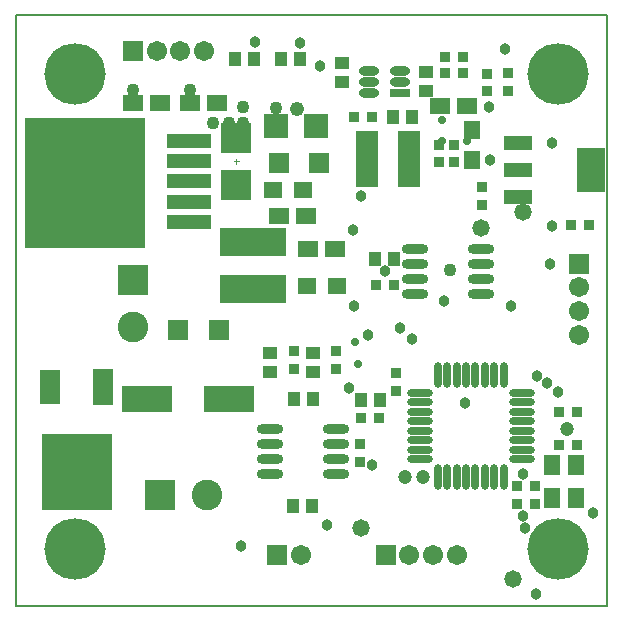
<source format=gts>
G04*
G04 #@! TF.GenerationSoftware,Altium Limited,Altium Designer,18.1.3 (115)*
G04*
G04 Layer_Color=8388736*
%FSLAX25Y25*%
%MOIN*%
G70*
G01*
G75*
%ADD15C,0.00800*%
%ADD20C,0.00394*%
%ADD22C,0.04737*%
%ADD23R,0.16548X0.08674*%
%ADD24R,0.06800X0.07099*%
%ADD25R,0.03800X0.03800*%
%ADD26R,0.03800X0.03800*%
%ADD27R,0.07887X0.07887*%
%ADD28R,0.06800X0.06800*%
%ADD29R,0.05800X0.06000*%
%ADD30R,0.06800X0.05800*%
%ADD31R,0.09855X0.09855*%
%ADD32R,0.23800X0.25300*%
%ADD33R,0.06800X0.11800*%
%ADD34R,0.06800X0.12300*%
%ADD35R,0.22453X0.09265*%
%ADD36R,0.07690X0.18517*%
%ADD37R,0.03950X0.04599*%
%ADD38R,0.05524X0.06706*%
%ADD39R,0.14580X0.04737*%
%ADD40R,0.40170X0.43320*%
%ADD41C,0.06706*%
%ADD42R,0.09265X0.05131*%
%ADD43R,0.09265X0.05131*%
%ADD44R,0.09265X0.14580*%
%ADD45R,0.06706X0.03162*%
%ADD46O,0.06706X0.03162*%
%ADD47O,0.02769X0.08674*%
%ADD48O,0.08674X0.02769*%
%ADD49O,0.08800X0.03200*%
%ADD50R,0.04599X0.03950*%
%ADD51R,0.06000X0.05800*%
%ADD52R,0.10249X0.10249*%
%ADD53C,0.10249*%
%ADD54R,0.06706X0.06706*%
%ADD55R,0.06706X0.06706*%
%ADD56C,0.20485*%
%ADD57R,0.10249X0.10249*%
%ADD58C,0.03800*%
%ADD59C,0.05800*%
%ADD60C,0.04300*%
%ADD61C,0.04800*%
%ADD62C,0.02800*%
D15*
X196850Y-100D02*
Y196750D01*
X0Y-100D02*
X196850Y-100D01*
X0D02*
Y196750D01*
Y196750D02*
X196850Y196750D01*
D20*
X73400Y147313D02*
Y148887D01*
X72613Y148100D02*
X74187D01*
D22*
X183500Y59000D02*
D03*
X135500Y43000D02*
D03*
X129500D02*
D03*
D23*
X43500Y68800D02*
D03*
X71059D02*
D03*
D24*
X67500Y92000D02*
D03*
X54000D02*
D03*
D25*
X143000Y177500D02*
D03*
X149000D02*
D03*
X187000Y53500D02*
D03*
X181000D02*
D03*
X121100Y62500D02*
D03*
X115100D02*
D03*
X149000Y183000D02*
D03*
X143000D02*
D03*
X185000Y126900D02*
D03*
X191000D02*
D03*
X187000Y64500D02*
D03*
X181000D02*
D03*
X126000Y107000D02*
D03*
X120000D02*
D03*
X118500Y163000D02*
D03*
X112500D02*
D03*
D26*
X155300Y139600D02*
D03*
Y133600D02*
D03*
X92700Y78800D02*
D03*
Y84800D02*
D03*
X145900Y148000D02*
D03*
X146000Y153500D02*
D03*
X163900Y177500D02*
D03*
Y171500D02*
D03*
X106500Y78801D02*
D03*
Y84801D02*
D03*
X126700Y71400D02*
D03*
Y77400D02*
D03*
X157000Y177100D02*
D03*
X156900Y171600D02*
D03*
X141000Y148000D02*
D03*
X141100Y153500D02*
D03*
X173000Y34000D02*
D03*
Y40000D02*
D03*
X167000D02*
D03*
Y34000D02*
D03*
X114500Y54000D02*
D03*
Y48000D02*
D03*
D27*
X86500Y160000D02*
D03*
X100000D02*
D03*
D28*
X101000Y147500D02*
D03*
X87500D02*
D03*
D29*
X152000Y148400D02*
D03*
Y158400D02*
D03*
D30*
X150429Y166460D02*
D03*
X141429D02*
D03*
X67000Y167500D02*
D03*
X58000D02*
D03*
X97430Y118960D02*
D03*
X106430D02*
D03*
X48000Y167500D02*
D03*
X39000D02*
D03*
X96500Y130000D02*
D03*
X87500D02*
D03*
D31*
X73400Y155958D02*
D03*
Y140242D02*
D03*
D32*
X20200Y44400D02*
D03*
D33*
X11355Y73013D02*
D03*
D34*
X29155Y72913D02*
D03*
D35*
X79000Y121374D02*
D03*
Y105626D02*
D03*
D36*
X130890Y149000D02*
D03*
X117110D02*
D03*
D37*
X126000Y115500D02*
D03*
X119701D02*
D03*
X88200Y182100D02*
D03*
X94499D02*
D03*
X73000D02*
D03*
X79299D02*
D03*
X132000Y163000D02*
D03*
X125701D02*
D03*
X92201Y33300D02*
D03*
X98500D02*
D03*
X92701Y69000D02*
D03*
X99000D02*
D03*
X121299Y68500D02*
D03*
X115000D02*
D03*
D38*
X178500Y36000D02*
D03*
Y47000D02*
D03*
X186500D02*
D03*
Y36000D02*
D03*
D39*
X57706Y154786D02*
D03*
Y134707D02*
D03*
Y148093D02*
D03*
Y128014D02*
D03*
Y141400D02*
D03*
D40*
X23000Y141000D02*
D03*
D41*
X32116Y133526D02*
D03*
Y125652D02*
D03*
X24242Y133526D02*
D03*
Y125652D02*
D03*
X16368D02*
D03*
Y133526D02*
D03*
X8494D02*
D03*
Y125652D02*
D03*
X32116Y141400D02*
D03*
Y149274D02*
D03*
Y157148D02*
D03*
X24242Y149274D02*
D03*
Y157148D02*
D03*
X16368Y141400D02*
D03*
Y149274D02*
D03*
Y157148D02*
D03*
X8494Y141400D02*
D03*
Y149274D02*
D03*
Y157148D02*
D03*
X187500Y90326D02*
D03*
Y98200D02*
D03*
Y106074D02*
D03*
X95000Y17000D02*
D03*
X131126D02*
D03*
X139000D02*
D03*
X146874D02*
D03*
X46874Y185000D02*
D03*
X54748D02*
D03*
X62622D02*
D03*
D42*
X167295Y154221D02*
D03*
Y136111D02*
D03*
D43*
Y145166D02*
D03*
D44*
X191705Y145166D02*
D03*
D45*
X128000Y170760D02*
D03*
D46*
Y174500D02*
D03*
Y178240D02*
D03*
X117764Y170760D02*
D03*
Y174500D02*
D03*
Y178240D02*
D03*
D47*
X162598Y43000D02*
D03*
X159449D02*
D03*
X156299D02*
D03*
X153150D02*
D03*
X150000D02*
D03*
X146850D02*
D03*
X143701D02*
D03*
X140551D02*
D03*
Y76884D02*
D03*
X143701D02*
D03*
X146850D02*
D03*
X150000D02*
D03*
X153150D02*
D03*
X156299D02*
D03*
X159449D02*
D03*
X162598D02*
D03*
D48*
X134633Y48863D02*
D03*
Y52013D02*
D03*
Y55162D02*
D03*
Y58312D02*
D03*
Y61461D02*
D03*
Y64611D02*
D03*
Y67761D02*
D03*
Y70910D02*
D03*
X168517Y70910D02*
D03*
Y67761D02*
D03*
Y64611D02*
D03*
Y61461D02*
D03*
Y58312D02*
D03*
Y55162D02*
D03*
Y52013D02*
D03*
Y48863D02*
D03*
D49*
X133000Y119000D02*
D03*
Y114000D02*
D03*
Y109000D02*
D03*
Y104000D02*
D03*
X155000Y119000D02*
D03*
Y109000D02*
D03*
Y104000D02*
D03*
Y114000D02*
D03*
X84500Y49000D02*
D03*
Y54000D02*
D03*
X106500D02*
D03*
Y44000D02*
D03*
Y49000D02*
D03*
Y59000D02*
D03*
X84500Y44000D02*
D03*
Y59000D02*
D03*
D50*
X108500Y180799D02*
D03*
Y174500D02*
D03*
X136500Y177799D02*
D03*
Y171500D02*
D03*
X99000Y77801D02*
D03*
Y84100D02*
D03*
X84500Y77801D02*
D03*
Y84100D02*
D03*
D51*
X97000Y106500D02*
D03*
X107000D02*
D03*
X95700Y138500D02*
D03*
X85700D02*
D03*
D52*
X39000Y108591D02*
D03*
D53*
Y93000D02*
D03*
X63500Y37000D02*
D03*
D54*
X187500Y113948D02*
D03*
D55*
X87126Y17000D02*
D03*
X123252D02*
D03*
X39000Y185000D02*
D03*
D56*
X180500Y19000D02*
D03*
X19685Y177065D02*
D03*
X180500D02*
D03*
X19685Y19000D02*
D03*
D57*
X47909Y37000D02*
D03*
D58*
X192400Y30900D02*
D03*
X112400Y125100D02*
D03*
X178521Y154221D02*
D03*
X75000Y20000D02*
D03*
X103600Y26800D02*
D03*
X79600Y187800D02*
D03*
X178600Y126600D02*
D03*
X177900Y113948D02*
D03*
X94800Y187400D02*
D03*
X101400Y179900D02*
D03*
X117200Y90100D02*
D03*
X123000Y111500D02*
D03*
X173700Y76600D02*
D03*
X177100Y74300D02*
D03*
X180500Y71200D02*
D03*
X157800Y166200D02*
D03*
X165000Y99800D02*
D03*
X142500Y101500D02*
D03*
X173400Y3800D02*
D03*
X163000Y185700D02*
D03*
X158000Y148600D02*
D03*
X115000Y136500D02*
D03*
X132096Y89000D02*
D03*
X128000Y92500D02*
D03*
X112500Y100000D02*
D03*
X169000Y44000D02*
D03*
X169500Y26000D02*
D03*
X169000Y30000D02*
D03*
X118500Y47000D02*
D03*
X111000Y72500D02*
D03*
X149500Y67500D02*
D03*
D59*
X14800Y47600D02*
D03*
Y35600D02*
D03*
Y41600D02*
D03*
X24600Y53600D02*
D03*
Y47600D02*
D03*
Y35600D02*
D03*
X14800Y53200D02*
D03*
X24600Y41600D02*
D03*
X155000Y126000D02*
D03*
X168900Y131100D02*
D03*
X22000Y149500D02*
D03*
X14000D02*
D03*
Y156000D02*
D03*
X165500Y9000D02*
D03*
X22000Y156000D02*
D03*
X115000Y26000D02*
D03*
D60*
X86500Y166000D02*
D03*
X75500Y166100D02*
D03*
X75600Y161000D02*
D03*
X70900D02*
D03*
X144500Y112000D02*
D03*
X39000Y172000D02*
D03*
X58000D02*
D03*
X65500Y161000D02*
D03*
D61*
X93500Y165500D02*
D03*
D62*
X150300Y154900D02*
D03*
X113049Y88051D02*
D03*
X113900Y80500D02*
D03*
X142000Y155000D02*
D03*
Y162000D02*
D03*
M02*

</source>
